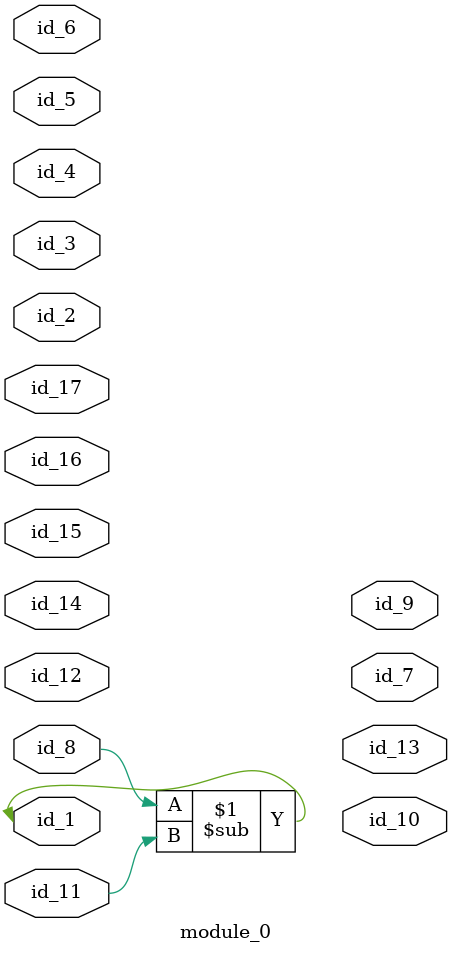
<source format=v>
module module_0 (
    id_1,
    id_2,
    id_3,
    id_4,
    id_5,
    id_6,
    id_7,
    id_8,
    id_9,
    id_10,
    id_11,
    id_12,
    id_13,
    id_14,
    id_15,
    id_16,
    id_17
);
  input wire id_17;
  inout wire id_16;
  input wire id_15;
  inout wire id_14;
  output wire id_13;
  input wire id_12;
  input wire id_11;
  output wire id_10;
  output wire id_9;
  inout wire id_8;
  output wire id_7;
  input wire id_6;
  input wire id_5;
  inout wire id_4;
  inout wire id_3;
  inout wire id_2;
  inout wire id_1;
  assign id_1 = id_8 - id_11;
  localparam id_18 = -1;
endmodule
module module_1;
  if (1) wire id_1;
  wire id_2;
  module_0 modCall_1 (
      id_2,
      id_1,
      id_1,
      id_2,
      id_2,
      id_1,
      id_2,
      id_2,
      id_2,
      id_2,
      id_1,
      id_1,
      id_1,
      id_2,
      id_1,
      id_1,
      id_1
  );
endmodule

</source>
